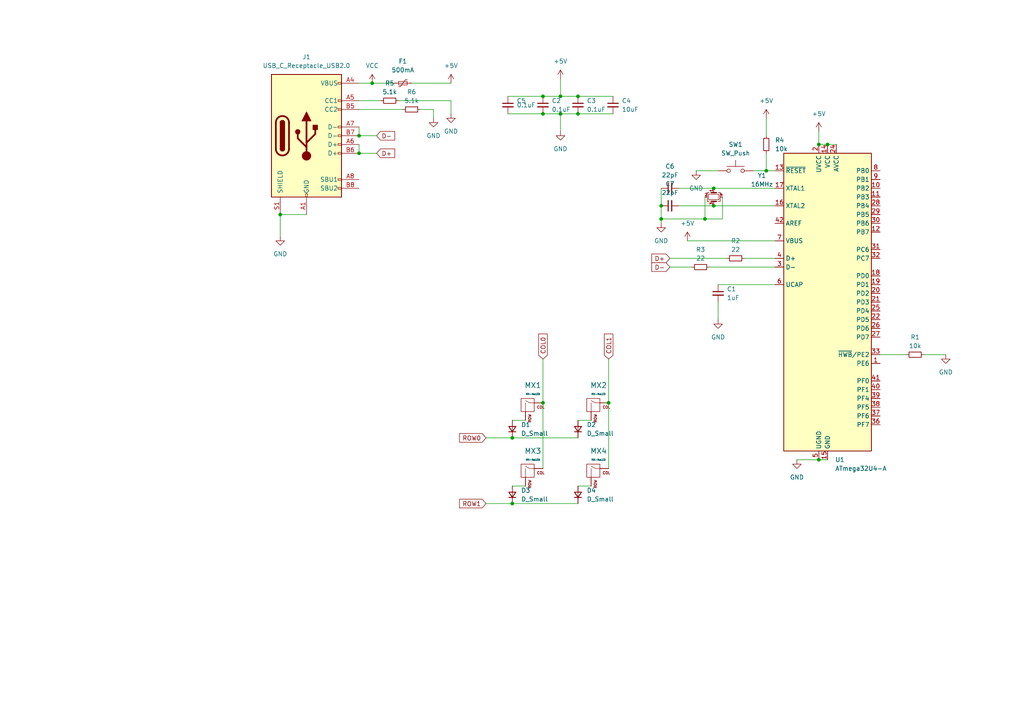
<source format=kicad_sch>
(kicad_sch (version 20230121) (generator eeschema)
  (paper "A4")
  (lib_symbols
    (symbol "Connector:USB_C_Receptacle_USB2.0" (pin_names (offset 1.016))
      (property "Reference" "J" (at -10.16 19.05 0))
      (property "Value" "USB_C_Receptacle_USB2.0" (at 19.05 19.05 0))
      (symbol "USB_C_Receptacle_USB2.0_0_0"
        (rectangle (start -0.254 -17.78) (end 0.254 -16.764))
        (rectangle (start 10.16 -14.986) (end 9.144 -15.494))
        (rectangle (start 10.16 -12.446) (end 9.144 -12.954))
        (rectangle (start 10.16 -4.826) (end 9.144 -5.334))
        (rectangle (start 10.16 -2.286) (end 9.144 -2.794))
        (rectangle (start 10.16 0.254) (end 9.144 -0.254))
        (rectangle (start 10.16 2.794) (end 9.144 2.286))
        (rectangle (start 10.16 7.874) (end 9.144 7.366))
        (rectangle (start 10.16 10.414) (end 9.144 9.906))
        (rectangle (start 10.16 15.494) (end 9.144 14.986))
      )
      (symbol "USB_C_Receptacle_USB2.0_0_1"
        (rectangle (start -10.16 17.78) (end 10.16 -17.78) (stroke (width 0.254)) (fill (type background)))
        (arc (start -8.89 -3.81) (mid -6.985 -5.7067) (end -5.08 -3.81) (stroke (width 0.508)))
        (arc (start -7.62 -3.81) (mid -6.985 -4.4423) (end -6.35 -3.81) (stroke (width 0.254)))
        (arc (start -7.62 -3.81) (mid -6.985 -4.4423) (end -6.35 -3.81) (stroke (width 0.254)) (fill (type outline)))
        (rectangle (start -7.62 -3.81) (end -6.35 3.81) (stroke (width 0.254)) (fill (type outline)))
        (arc (start -6.35 3.81) (mid -6.985 4.4423) (end -7.62 3.81) (stroke (width 0.254)))
        (arc (start -6.35 3.81) (mid -6.985 4.4423) (end -7.62 3.81) (stroke (width 0.254)) (fill (type outline)))
        (arc (start -5.08 3.81) (mid -6.985 5.7067) (end -8.89 3.81) (stroke (width 0.508)))
        (circle (center -2.54 1.143) (radius 0.635) (stroke (width 0.254)) (fill (type outline)))
        (circle (center 0 -5.842) (radius 1.27) (fill (type outline)))
        (polyline (pts (xy -8.89 -3.81) (xy -8.89 3.81)) (stroke (width 0.508)))
        (polyline (pts (xy -5.08 3.81) (xy -5.08 -3.81)) (stroke (width 0.508)))
        (polyline (pts (xy 0 -5.842) (xy 0 4.318)) (stroke (width 0.508)))
        (polyline (pts (xy 0 -3.302) (xy -2.54 -0.762) (xy -2.54 0.508)) (stroke (width 0.508)))
        (polyline (pts (xy 0 -2.032) (xy 2.54 0.508) (xy 2.54 1.778)) (stroke (width 0.508)))
        (polyline (pts (xy -1.27 4.318) (xy 0 6.858) (xy 1.27 4.318) (xy -1.27 4.318)) (stroke (width 0.254)) (fill (type outline)))
        (rectangle (start 1.905 1.778) (end 3.175 3.048) (stroke (width 0.254)) (fill (type outline)))
      )
      (symbol "USB_C_Receptacle_USB2.0_1_1"
        (pin passive line (at 0 -22.86 90) (length 5.08) (name "GND") (number "A1"))
        (pin passive line (at 0 -22.86 90) (length 5.08) hide (name "GND") (number "A12"))
        (pin passive line (at 15.24 15.24 180) (length 5.08) (name "VBUS") (number "A4"))
        (pin bidirectional line (at 15.24 10.16 180) (length 5.08) (name "CC1") (number "A5"))
        (pin bidirectional line (at 15.24 -2.54 180) (length 5.08) (name "D+") (number "A6"))
        (pin bidirectional line (at 15.24 2.54 180) (length 5.08) (name "D-") (number "A7"))
        (pin bidirectional line (at 15.24 -12.7 180) (length 5.08) (name "SBU1") (number "A8"))
        (pin passive line (at 15.24 15.24 180) (length 5.08) hide (name "VBUS") (number "A9"))
        (pin passive line (at 0 -22.86 90) (length 5.08) hide (name "GND") (number "B1"))
        (pin passive line (at 0 -22.86 90) (length 5.08) hide (name "GND") (number "B12"))
        (pin passive line (at 15.24 15.24 180) (length 5.08) hide (name "VBUS") (number "B4"))
        (pin bidirectional line (at 15.24 7.62 180) (length 5.08) (name "CC2") (number "B5"))
        (pin bidirectional line (at 15.24 -5.08 180) (length 5.08) (name "D+") (number "B6"))
        (pin bidirectional line (at 15.24 0 180) (length 5.08) (name "D-") (number "B7"))
        (pin bidirectional line (at 15.24 -15.24 180) (length 5.08) (name "SBU2") (number "B8"))
        (pin passive line (at 15.24 15.24 180) (length 5.08) hide (name "VBUS") (number "B9"))
        (pin passive line (at -7.62 -22.86 90) (length 5.08) (name "SHIELD") (number "S1"))
      )
    )
    (symbol "Device:C_Small" (pin_numbers hide) (pin_names (offset 0.254) hide)
      (property "Reference" "C" (at 0.254 1.778 0))
      (property "Value" "C_Small" (at 0.254 -2.032 0))
      (symbol "C_Small_0_1"
        (polyline (pts (xy -1.524 -0.508) (xy 1.524 -0.508)) (stroke (width 0.3302)))
        (polyline (pts (xy -1.524 0.508) (xy 1.524 0.508)) (stroke (width 0.3048)))
      )
      (symbol "C_Small_1_1"
        (pin passive line (at 0 2.54 270) (length 2.032) (name "~") (number "1"))
        (pin passive line (at 0 -2.54 90) (length 2.032) (name "~") (number "2"))
      )
    )
    (symbol "Device:Crystal_GND24_Small" (pin_names (offset 1.016) hide)
      (property "Reference" "Y" (at 1.27 4.445 0))
      (property "Value" "Crystal_GND24_Small" (at 1.27 2.54 0))
      (symbol "Crystal_GND24_Small_0_1"
        (rectangle (start -0.762 -1.524) (end 0.762 1.524))
        (polyline (pts (xy -1.27 -0.762) (xy -1.27 0.762)) (stroke (width 0.381)))
        (polyline (pts (xy 1.27 -0.762) (xy 1.27 0.762)) (stroke (width 0.381)))
        (polyline (pts (xy -1.27 -1.27) (xy -1.27 -1.905) (xy 1.27 -1.905) (xy 1.27 -1.27)))
        (polyline (pts (xy -1.27 1.27) (xy -1.27 1.905) (xy 1.27 1.905) (xy 1.27 1.27)))
      )
      (symbol "Crystal_GND24_Small_1_1"
        (pin passive line (at -2.54 0 0) (length 1.27) (name "1") (number "1"))
        (pin passive line (at 0 -2.54 90) (length 0.635) (name "2") (number "2"))
        (pin passive line (at 2.54 0 180) (length 1.27) (name "3") (number "3"))
        (pin passive line (at 0 2.54 270) (length 0.635) (name "4") (number "4"))
      )
    )
    (symbol "Device:D_Small" (pin_numbers hide) (pin_names (offset 0.254) hide)
      (property "Reference" "D" (at -1.27 2.032 0))
      (property "Value" "D_Small" (at -3.81 -2.032 0))
      (symbol "D_Small_0_1"
        (polyline (pts (xy -0.762 -1.016) (xy -0.762 1.016)) (stroke (width 0.254)))
        (polyline (pts (xy -0.762 0) (xy 0.762 0)))
        (polyline (pts (xy 0.762 -1.016) (xy -0.762 0) (xy 0.762 1.016) (xy 0.762 -1.016)) (stroke (width 0.254)))
      )
      (symbol "D_Small_1_1"
        (pin passive line (at -2.54 0 0) (length 1.778) (name "K") (number "1"))
        (pin passive line (at 2.54 0 180) (length 1.778) (name "A") (number "2"))
      )
    )
    (symbol "Device:Polyfuse_Small" (pin_numbers hide) (pin_names (offset 0))
      (property "Reference" "F" (at -1.905 0 90))
      (property "Value" "Polyfuse_Small" (at 1.905 0 90))
      (symbol "Polyfuse_Small_0_1"
        (rectangle (start -0.508 1.27) (end 0.508 -1.27))
        (polyline (pts (xy 0 2.54) (xy 0 -2.54)))
        (polyline (pts (xy -1.016 1.27) (xy -1.016 0.762) (xy 1.016 -0.762) (xy 1.016 -1.27)))
      )
      (symbol "Polyfuse_Small_1_1"
        (pin passive line (at 0 2.54 270) (length 0.635) (name "~") (number "1"))
        (pin passive line (at 0 -2.54 90) (length 0.635) (name "~") (number "2"))
      )
    )
    (symbol "Device:R_Small" (pin_numbers hide) (pin_names (offset 0.254) hide)
      (property "Reference" "R" (at 0.762 0.508 0))
      (property "Value" "R_Small" (at 0.762 -1.016 0))
      (symbol "R_Small_0_1"
        (rectangle (start -0.762 1.778) (end 0.762 -1.778) (stroke (width 0.2032)))
      )
      (symbol "R_Small_1_1"
        (pin passive line (at 0 2.54 270) (length 0.762) (name "~") (number "1"))
        (pin passive line (at 0 -2.54 90) (length 0.762) (name "~") (number "2"))
      )
    )
    (symbol "MCU_Microchip_ATmega:ATmega32U4-A"
      (property "Reference" "U" (at -12.7 44.45 0))
      (property "Value" "ATmega32U4-A" (at 2.54 -44.45 0))
      (symbol "ATmega32U4-A_0_1"
        (rectangle (start -12.7 -43.18) (end 12.7 43.18) (stroke (width 0.254)) (fill (type background)))
      )
      (symbol "ATmega32U4-A_1_1"
        (pin bidirectional line (at 15.24 -17.78 180) (length 2.54) (name "PE6") (number "1"))
        (pin bidirectional line (at 15.24 33.02 180) (length 2.54) (name "PB2") (number "10"))
        (pin bidirectional line (at 15.24 30.48 180) (length 2.54) (name "PB3") (number "11"))
        (pin bidirectional line (at 15.24 20.32 180) (length 2.54) (name "PB7") (number "12"))
        (pin input line (at -15.24 38.1 0) (length 2.54) (name "~{RESET}") (number "13"))
        (pin power_in line (at 0 45.72 270) (length 2.54) (name "VCC") (number "14"))
        (pin power_in line (at 0 -45.72 90) (length 2.54) (name "GND") (number "15"))
        (pin output line (at -15.24 27.94 0) (length 2.54) (name "XTAL2") (number "16"))
        (pin input line (at -15.24 33.02 0) (length 2.54) (name "XTAL1") (number "17"))
        (pin bidirectional line (at 15.24 7.62 180) (length 2.54) (name "PD0") (number "18"))
        (pin bidirectional line (at 15.24 5.08 180) (length 2.54) (name "PD1") (number "19"))
        (pin power_in line (at -2.54 45.72 270) (length 2.54) (name "UVCC") (number "2"))
        (pin bidirectional line (at 15.24 2.54 180) (length 2.54) (name "PD2") (number "20"))
        (pin bidirectional line (at 15.24 0 180) (length 2.54) (name "PD3") (number "21"))
        (pin bidirectional line (at 15.24 -5.08 180) (length 2.54) (name "PD5") (number "22"))
        (pin passive line (at 0 -45.72 90) (length 2.54) hide (name "GND") (number "23"))
        (pin power_in line (at 2.54 45.72 270) (length 2.54) (name "AVCC") (number "24"))
        (pin bidirectional line (at 15.24 -2.54 180) (length 2.54) (name "PD4") (number "25"))
        (pin bidirectional line (at 15.24 -7.62 180) (length 2.54) (name "PD6") (number "26"))
        (pin bidirectional line (at 15.24 -10.16 180) (length 2.54) (name "PD7") (number "27"))
        (pin bidirectional line (at 15.24 27.94 180) (length 2.54) (name "PB4") (number "28"))
        (pin bidirectional line (at 15.24 25.4 180) (length 2.54) (name "PB5") (number "29"))
        (pin bidirectional line (at -15.24 10.16 0) (length 2.54) (name "D-") (number "3"))
        (pin bidirectional line (at 15.24 22.86 180) (length 2.54) (name "PB6") (number "30"))
        (pin bidirectional line (at 15.24 15.24 180) (length 2.54) (name "PC6") (number "31"))
        (pin bidirectional line (at 15.24 12.7 180) (length 2.54) (name "PC7") (number "32"))
        (pin bidirectional line (at 15.24 -15.24 180) (length 2.54) (name "~{HWB}/PE2") (number "33"))
        (pin passive line (at 0 45.72 270) (length 2.54) hide (name "VCC") (number "34"))
        (pin passive line (at 0 -45.72 90) (length 2.54) hide (name "GND") (number "35"))
        (pin bidirectional line (at 15.24 -35.56 180) (length 2.54) (name "PF7") (number "36"))
        (pin bidirectional line (at 15.24 -33.02 180) (length 2.54) (name "PF6") (number "37"))
        (pin bidirectional line (at 15.24 -30.48 180) (length 2.54) (name "PF5") (number "38"))
        (pin bidirectional line (at 15.24 -27.94 180) (length 2.54) (name "PF4") (number "39"))
        (pin bidirectional line (at -15.24 12.7 0) (length 2.54) (name "D+") (number "4"))
        (pin bidirectional line (at 15.24 -25.4 180) (length 2.54) (name "PF1") (number "40"))
        (pin bidirectional line (at 15.24 -22.86 180) (length 2.54) (name "PF0") (number "41"))
        (pin passive line (at -15.24 22.86 0) (length 2.54) (name "AREF") (number "42"))
        (pin passive line (at 0 -45.72 90) (length 2.54) hide (name "GND") (number "43"))
        (pin passive line (at 2.54 45.72 270) (length 2.54) hide (name "AVCC") (number "44"))
        (pin passive line (at -2.54 -45.72 90) (length 2.54) (name "UGND") (number "5"))
        (pin passive line (at -15.24 5.08 0) (length 2.54) (name "UCAP") (number "6"))
        (pin input line (at -15.24 17.78 0) (length 2.54) (name "VBUS") (number "7"))
        (pin bidirectional line (at 15.24 38.1 180) (length 2.54) (name "PB0") (number "8"))
        (pin bidirectional line (at 15.24 35.56 180) (length 2.54) (name "PB1") (number "9"))
      )
    )
    (symbol "MX_Alps_Hybrid:MX-NoLED" (pin_names (offset 1.016))
      (property "Reference" "MX" (at -0.635 3.81 0))
      (property "Value" "MX-NoLED" (at -0.635 1.27 0))
      (symbol "MX-NoLED_0_0"
        (rectangle (start -2.54 2.54) (end 1.27 -1.27))
        (polyline (pts (xy -1.27 -1.27) (xy -1.27 1.27)) (stroke (width 0.127)))
        (polyline (pts (xy 1.27 1.27) (xy 0 1.27) (xy -1.27 1.905)) (stroke (width 0.127)))
        (text "COL" (at 3.175 0 0) (effects (font (size 0.762 0.762))))
        (text "ROW" (at 0 -1.905 900) (effects (font (size 0.762 0.762)) (justify right)))
      )
      (symbol "MX-NoLED_1_1"
        (pin passive line (at 3.81 1.27 180) (length 2.54) (name "COL") (number "1"))
        (pin passive line (at -1.27 -3.81 90) (length 2.54) (name "ROW") (number "2"))
      )
    )
    (symbol "Switch:SW_Push" (pin_numbers hide) (pin_names (offset 1.016) hide)
      (property "Reference" "SW" (at 1.27 2.54 0))
      (property "Value" "SW_Push" (at 0 -1.524 0))
      (symbol "SW_Push_0_1"
        (circle (center -2.032 0) (radius 0.508))
        (polyline (pts (xy 0 1.27) (xy 0 3.048)))
        (polyline (pts (xy 2.54 1.27) (xy -2.54 1.27)))
        (circle (center 2.032 0) (radius 0.508))
        (pin passive line (at -5.08 0 0) (length 2.54) (name "1") (number "1"))
        (pin passive line (at 5.08 0 180) (length 2.54) (name "2") (number "2"))
      )
    )
    (symbol "power:+5V" (power) (pin_names (offset 0))
      (property "Value" "+5V" (at 0 3.556 0))
      (symbol "+5V_0_1"
        (polyline (pts (xy -0.762 1.27) (xy 0 2.54)))
        (polyline (pts (xy 0 0) (xy 0 2.54)))
        (polyline (pts (xy 0 2.54) (xy 0.762 1.27)))
      )
      (symbol "+5V_1_1"
        (pin power_in line (at 0 0 90) (length 0) hide (name "+5V") (number "1"))
      )
    )
    (symbol "power:GND" (power) (pin_names (offset 0))
      (property "Value" "GND" (at 0 -3.81 0))
      (symbol "GND_0_1"
        (polyline (pts (xy 0 0) (xy 0 -1.27) (xy 1.27 -1.27) (xy 0 -2.54) (xy -1.27 -1.27) (xy 0 -1.27)))
      )
      (symbol "GND_1_1"
        (pin power_in line (at 0 0 270) (length 0) hide (name "GND") (number "1"))
      )
    )
    (symbol "power:VCC" (power) (pin_names (offset 0))
      (property "Value" "VCC" (at 0 3.81 0))
      (symbol "VCC_0_1"
        (polyline (pts (xy -0.762 1.27) (xy 0 2.54)))
        (polyline (pts (xy 0 0) (xy 0 2.54)))
        (polyline (pts (xy 0 2.54) (xy 0.762 1.27)))
      )
      (symbol "VCC_1_1"
        (pin power_in line (at 0 0 90) (length 0) hide (name "VCC") (number "1"))
      )
    )
  )
  (junction (at 104.14 44.45))
  (junction (at 167.64 27.94))
  (junction (at 237.49 133.35))
  (junction (at 237.49 41.91))
  (junction (at 148.59 146.05))
  (junction (at 162.56 27.94))
  (junction (at 148.59 127))
  (junction (at 191.77 63.5))
  (junction (at 207.01 54.61))
  (junction (at 107.95 24.13))
  (junction (at 162.56 33.02))
  (junction (at 176.53 116.84))
  (junction (at 157.48 27.94))
  (junction (at 157.48 116.84))
  (junction (at 104.14 39.37))
  (junction (at 204.47 63.5))
  (junction (at 191.77 59.69))
  (junction (at 81.28 62.23))
  (junction (at 207.01 59.69))
  (junction (at 240.03 41.91))
  (junction (at 222.25 49.53))
  (junction (at 167.64 33.02))
  (junction (at 157.48 33.02))
  (wire (pts (xy 196.85 54.61) (xy 207.01 54.61)))
  (wire (pts (xy 237.49 133.35) (xy 240.03 133.35)))
  (wire (pts (xy 167.64 121.92) (xy 171.45 121.92)))
  (wire (pts (xy 205.74 77.47) (xy 224.79 77.47)))
  (wire (pts (xy 207.01 54.61) (xy 224.79 54.61)))
  (wire (pts (xy 162.56 33.02) (xy 167.64 33.02)))
  (wire (pts (xy 201.93 49.53) (xy 208.28 49.53)))
  (wire (pts (xy 196.85 59.69) (xy 207.01 59.69)))
  (wire (pts (xy 209.55 57.15) (xy 209.55 63.5)))
  (wire (pts (xy 240.03 41.91) (xy 242.57 41.91)))
  (wire (pts (xy 176.53 116.84) (xy 176.53 135.89)))
  (wire (pts (xy 191.77 59.69) (xy 191.77 63.5)))
  (wire (pts (xy 208.28 87.63) (xy 208.28 92.71)))
  (wire (pts (xy 222.25 49.53) (xy 224.79 49.53)))
  (wire (pts (xy 81.28 62.23) (xy 81.28 68.58)))
  (wire (pts (xy 199.39 69.85) (xy 224.79 69.85)))
  (wire (pts (xy 157.48 104.14) (xy 157.48 116.84)))
  (wire (pts (xy 255.27 102.87) (xy 262.89 102.87)))
  (wire (pts (xy 167.64 33.02) (xy 177.8 33.02)))
  (wire (pts (xy 231.14 133.35) (xy 237.49 133.35)))
  (wire (pts (xy 130.81 29.21) (xy 130.81 33.02)))
  (wire (pts (xy 222.25 34.29) (xy 222.25 39.37)))
  (wire (pts (xy 104.14 29.21) (xy 110.49 29.21)))
  (wire (pts (xy 104.14 36.83) (xy 104.14 39.37)))
  (wire (pts (xy 115.57 29.21) (xy 130.81 29.21)))
  (wire (pts (xy 104.14 39.37) (xy 109.22 39.37)))
  (wire (pts (xy 207.01 59.69) (xy 224.79 59.69)))
  (wire (pts (xy 162.56 33.02) (xy 162.56 38.1)))
  (wire (pts (xy 191.77 63.5) (xy 191.77 64.77)))
  (wire (pts (xy 140.97 127) (xy 148.59 127)))
  (wire (pts (xy 167.64 27.94) (xy 177.8 27.94)))
  (wire (pts (xy 237.49 41.91) (xy 240.03 41.91)))
  (wire (pts (xy 224.79 82.55) (xy 208.28 82.55)))
  (wire (pts (xy 140.97 146.05) (xy 148.59 146.05)))
  (wire (pts (xy 167.64 140.97) (xy 171.45 140.97)))
  (wire (pts (xy 157.48 33.02) (xy 162.56 33.02)))
  (wire (pts (xy 104.14 24.13) (xy 107.95 24.13)))
  (wire (pts (xy 81.28 62.23) (xy 88.9 62.23)))
  (wire (pts (xy 191.77 54.61) (xy 191.77 59.69)))
  (wire (pts (xy 162.56 27.94) (xy 167.64 27.94)))
  (wire (pts (xy 222.25 44.45) (xy 222.25 49.53)))
  (wire (pts (xy 209.55 63.5) (xy 204.47 63.5)))
  (wire (pts (xy 107.95 24.13) (xy 114.3 24.13)))
  (wire (pts (xy 194.31 77.47) (xy 200.66 77.47)))
  (wire (pts (xy 176.53 104.14) (xy 176.53 116.84)))
  (wire (pts (xy 148.59 146.05) (xy 167.64 146.05)))
  (wire (pts (xy 147.32 27.94) (xy 157.48 27.94)))
  (wire (pts (xy 119.38 24.13) (xy 130.81 24.13)))
  (wire (pts (xy 104.14 44.45) (xy 109.22 44.45)))
  (wire (pts (xy 148.59 127) (xy 167.64 127)))
  (wire (pts (xy 204.47 57.15) (xy 204.47 63.5)))
  (wire (pts (xy 237.49 38.1) (xy 237.49 41.91)))
  (wire (pts (xy 148.59 140.97) (xy 152.4 140.97)))
  (wire (pts (xy 267.97 102.87) (xy 274.32 102.87)))
  (wire (pts (xy 194.31 74.93) (xy 210.82 74.93)))
  (wire (pts (xy 204.47 63.5) (xy 191.77 63.5)))
  (wire (pts (xy 215.9 74.93) (xy 224.79 74.93)))
  (wire (pts (xy 157.48 116.84) (xy 157.48 135.89)))
  (wire (pts (xy 157.48 27.94) (xy 162.56 27.94)))
  (wire (pts (xy 218.44 49.53) (xy 222.25 49.53)))
  (wire (pts (xy 125.73 31.75) (xy 125.73 34.29)))
  (wire (pts (xy 104.14 41.91) (xy 104.14 44.45)))
  (wire (pts (xy 148.59 121.92) (xy 152.4 121.92)))
  (wire (pts (xy 147.32 33.02) (xy 157.48 33.02)))
  (wire (pts (xy 104.14 31.75) (xy 116.84 31.75)))
  (wire (pts (xy 121.92 31.75) (xy 125.73 31.75)))
  (wire (pts (xy 162.56 22.86) (xy 162.56 27.94)))
  (global_label "D+" (shape input) (at 194.31 74.93 180) (property "Intersheetrefs" "${INTERSHEET_REFS}" (effects hide)))
  (global_label "ROW0" (shape input) (at 140.97 127 180) (property "Intersheetrefs" "${INTERSHEET_REFS}" (effects hide)))
  (global_label "COL1" (shape input) (at 176.53 104.14 90) (property "Intersheetrefs" "${INTERSHEET_REFS}" (effects hide)))
  (global_label "D-" (shape input) (at 109.22 39.37 0) (property "Intersheetrefs" "${INTERSHEET_REFS}" (effects hide)))
  (global_label "COL0" (shape input) (at 157.48 104.14 90) (property "Intersheetrefs" "${INTERSHEET_REFS}" (effects hide)))
  (global_label "D-" (shape input) (at 194.31 77.47 180) (property "Intersheetrefs" "${INTERSHEET_REFS}" (effects hide)))
  (global_label "ROW1" (shape input) (at 140.97 146.05 180) (property "Intersheetrefs" "${INTERSHEET_REFS}" (effects hide)))
  (global_label "D+" (shape input) (at 109.22 44.45 0) (property "Intersheetrefs" "${INTERSHEET_REFS}" (effects hide)))
  (symbol (lib_id "Connector:USB_C_Receptacle_USB2.0") (at 88.9 39.37 0) (unit 1)
    (property "Reference" "J1" (at 88.9 16.51 0))
    (property "Value" "USB_C_Receptacle_USB2.0" (at 88.9 19.05 0))
    (property "Footprint" "Connector_USB:USB_C_Receptacle_HCTL_HC-TYPE-C-16P-01A" (effects hide))
    (property "Datasheet" "https://www.usb.org/sites/default/files/documents/usb_type-c.zip" (effects hide))
  )
  (symbol (lib_id "Device:D_Small") (at 167.64 143.51 90) (unit 1)
    (property "Reference" "D4" (at 170.18 142.24 90) (effects (justify right)))
    (property "Value" "D_Small" (at 170.18 144.78 90) (effects (justify right)))
    (property "Footprint" "Diode_SMD:D_SOD-123" (effects hide))
    (property "Sim.Device" "D" (effects hide))
    (property "Sim.Pins" "1=K 2=A" (effects hide))
  )
  (symbol (lib_id "Device:C_Small") (at 147.32 30.48 0) (unit 1)
    (property "Reference" "C5" (at 149.86 29.2163 0) (effects (justify left)))
    (property "Value" "0.1uF" (at 149.86 30.4863 0) (effects (justify left)))
    (property "Footprint" "Capacitor_SMD:C_0805_2012Metric" (effects hide))
  )
  (symbol (lib_id "Device:D_Small") (at 148.59 124.46 90) (unit 1)
    (property "Reference" "D1" (at 151.13 123.19 90) (effects (justify right)))
    (property "Value" "D_Small" (at 151.13 125.73 90) (effects (justify right)))
    (property "Footprint" "Diode_SMD:D_SOD-123" (effects hide))
    (property "Sim.Device" "D" (effects hide))
    (property "Sim.Pins" "1=K 2=A" (effects hide))
  )
  (symbol (lib_id "power:GND") (at 81.28 68.58 0) (unit 1)
    (property "Reference" "#PWR013" (effects hide))
    (property "Value" "GND" (at 81.28 73.66 0))
  )
  (symbol (lib_id "Device:C_Small") (at 194.31 54.61 90) (unit 1)
    (property "Reference" "C6" (at 194.3163 48.26 90))
    (property "Value" "22pF" (at 194.3163 50.8 90))
    (property "Footprint" "Capacitor_SMD:C_0805_2012Metric" (effects hide))
  )
  (symbol (lib_id "power:+5V") (at 237.49 38.1 0) (unit 1)
    (property "Reference" "#PWR01" (effects hide))
    (property "Value" "+5V" (at 237.49 33.02 0))
  )
  (symbol (lib_id "Device:Crystal_GND24_Small") (at 207.01 57.15 270) (unit 1)
    (property "Reference" "Y1" (at 220.98 50.9203 90))
    (property "Value" "16MHz" (at 220.98 53.4603 90))
    (property "Footprint" "Crystal:Crystal_SMD_3225-4Pin_3.2x2.5mm" (effects hide))
  )
  (symbol (lib_id "Device:C_Small") (at 167.64 30.48 0) (unit 1)
    (property "Reference" "C3" (at 170.18 29.2163 0) (effects (justify left)))
    (property "Value" "0.1uF" (at 170.18 31.7563 0) (effects (justify left)))
    (property "Footprint" "Capacitor_SMD:C_0805_2012Metric" (effects hide))
  )
  (symbol (lib_id "Device:R_Small") (at 265.43 102.87 90) (unit 1)
    (property "Reference" "R1" (at 265.43 97.79 90))
    (property "Value" "10k" (at 265.43 100.33 90))
    (property "Footprint" "Resistor_SMD:R_0805_2012Metric" (effects hide))
  )
  (symbol (lib_id "power:GND") (at 274.32 102.87 0) (unit 1)
    (property "Reference" "#PWR03" (effects hide))
    (property "Value" "GND" (at 274.32 107.95 0))
  )
  (symbol (lib_id "Device:R_Small") (at 113.03 29.21 90) (unit 1)
    (property "Reference" "R5" (at 113.03 24.13 90))
    (property "Value" "5.1k" (at 113.03 26.67 90))
    (property "Footprint" "Resistor_SMD:R_0805_2012Metric" (effects hide))
  )
  (symbol (lib_id "power:+5V") (at 222.25 34.29 0) (unit 1)
    (property "Reference" "#PWR010" (effects hide))
    (property "Value" "+5V" (at 222.25 29.21 0))
  )
  (symbol (lib_id "Device:R_Small") (at 203.2 77.47 90) (unit 1)
    (property "Reference" "R3" (at 203.2 72.39 90))
    (property "Value" "22" (at 203.2 74.93 90))
    (property "Footprint" "Resistor_SMD:R_0805_2012Metric" (effects hide))
  )
  (symbol (lib_id "power:GND") (at 231.14 133.35 0) (unit 1)
    (property "Reference" "#PWR02" (effects hide))
    (property "Value" "GND" (at 231.14 138.43 0))
  )
  (symbol (lib_id "power:VCC") (at 107.95 24.13 0) (unit 1)
    (property "Reference" "#PWR012" (effects hide))
    (property "Value" "VCC" (at 107.95 19.05 0))
  )
  (symbol (lib_id "power:GND") (at 191.77 64.77 0) (unit 1)
    (property "Reference" "#PWR08" (effects hide))
    (property "Value" "GND" (at 191.77 69.85 0))
  )
  (symbol (lib_id "Device:R_Small") (at 119.38 31.75 90) (unit 1)
    (property "Reference" "R6" (at 119.38 26.67 90))
    (property "Value" "5.1k" (at 119.38 29.21 90))
    (property "Footprint" "Resistor_SMD:R_0805_2012Metric" (effects hide))
  )
  (symbol (lib_id "power:+5V") (at 130.81 24.13 0) (unit 1)
    (property "Reference" "#PWR011" (effects hide))
    (property "Value" "+5V" (at 130.81 19.05 0))
  )
  (symbol (lib_id "MCU_Microchip_ATmega:ATmega32U4-A") (at 240.03 87.63 0) (unit 1)
    (property "Reference" "U1" (at 242.2241 133.35 0) (effects (justify left)))
    (property "Value" "ATmega32U4-A" (at 242.2241 135.89 0) (effects (justify left)))
    (property "Footprint" "Package_QFP:TQFP-44_10x10mm_P0.8mm" (effects hide))
    (property "Datasheet" "http://ww1.microchip.com/downloads/en/DeviceDoc/Atmel-7766-8-bit-AVR-ATmega16U4-32U4_Datasheet.pdf" (effects hide))
  )
  (symbol (lib_id "power:GND") (at 130.81 33.02 0) (unit 1)
    (property "Reference" "#PWR015" (effects hide))
    (property "Value" "GND" (at 130.81 38.1 0))
  )
  (symbol (lib_id "Device:C_Small") (at 157.48 30.48 0) (unit 1)
    (property "Reference" "C2" (at 160.02 29.2163 0) (effects (justify left)))
    (property "Value" "0.1uF" (at 160.02 31.7563 0) (effects (justify left)))
    (property "Footprint" "Capacitor_SMD:C_0805_2012Metric" (effects hide))
  )
  (symbol (lib_id "Device:C_Small") (at 208.28 85.09 0) (unit 1)
    (property "Reference" "C1" (at 210.82 83.8263 0) (effects (justify left)))
    (property "Value" "1uF" (at 210.82 86.3663 0) (effects (justify left)))
    (property "Footprint" "Capacitor_SMD:C_0805_2012Metric" (effects hide))
  )
  (symbol (lib_id "Device:Polyfuse_Small") (at 116.84 24.13 90) (unit 1)
    (property "Reference" "F1" (at 116.84 17.78 90))
    (property "Value" "500mA" (at 116.84 20.32 90))
    (property "Footprint" "Fuse:Fuse_1206_3216Metric" (effects hide))
  )
  (symbol (lib_id "power:GND") (at 201.93 49.53 0) (unit 1)
    (property "Reference" "#PWR09" (effects hide))
    (property "Value" "GND" (at 201.93 54.61 0))
  )
  (symbol (lib_id "Device:R_Small") (at 222.25 41.91 0) (unit 1)
    (property "Reference" "R4" (at 224.79 40.64 0) (effects (justify left)))
    (property "Value" "10k" (at 224.79 43.18 0) (effects (justify left)))
    (property "Footprint" "Resistor_SMD:R_0805_2012Metric" (effects hide))
  )
  (symbol (lib_id "power:+5V") (at 162.56 22.86 0) (unit 1)
    (property "Reference" "#PWR06" (effects hide))
    (property "Value" "+5V" (at 162.56 17.78 0))
  )
  (symbol (lib_id "Device:D_Small") (at 148.59 143.51 90) (unit 1)
    (property "Reference" "D3" (at 151.13 142.24 90) (effects (justify right)))
    (property "Value" "D_Small" (at 151.13 144.78 90) (effects (justify right)))
    (property "Footprint" "Diode_SMD:D_SOD-123" (effects hide))
    (property "Sim.Device" "D" (effects hide))
    (property "Sim.Pins" "1=K 2=A" (effects hide))
  )
  (symbol (lib_id "Device:R_Small") (at 213.36 74.93 90) (unit 1)
    (property "Reference" "R2" (at 213.36 69.85 90))
    (property "Value" "22" (at 213.36 72.39 90))
    (property "Footprint" "Resistor_SMD:R_0805_2012Metric" (effects hide))
  )
  (symbol (lib_id "Device:C_Small") (at 194.31 59.69 90) (unit 1)
    (property "Reference" "C7" (at 194.3163 53.34 90))
    (property "Value" "22pF" (at 194.3163 55.88 90))
    (property "Footprint" "Capacitor_SMD:C_0805_2012Metric" (effects hide))
  )
  (symbol (lib_id "Switch:SW_Push") (at 213.36 49.53 0) (unit 1)
    (property "Reference" "SW1" (at 213.36 41.91 0))
    (property "Value" "SW_Push" (at 213.36 44.45 0))
    (property "Footprint" "random-keyboard-parts:SKQG-1155865" (effects hide))
  )
  (symbol (lib_id "power:GND") (at 125.73 34.29 0) (unit 1)
    (property "Reference" "#PWR014" (effects hide))
    (property "Value" "GND" (at 125.73 39.37 0))
  )
  (symbol (lib_id "power:GND") (at 162.56 38.1 0) (unit 1)
    (property "Reference" "#PWR05" (effects hide))
    (property "Value" "GND" (at 162.56 43.18 0))
  )
  (symbol (lib_id "MX_Alps_Hybrid:MX-NoLED") (at 172.72 118.11 0) (unit 1)
    (property "Reference" "MX2" (at 173.6152 111.76 0) (effects (font (size 1.524 1.524))))
    (property "Value" "MX-NoLED" (at 173.6152 114.3 0) (effects (font (size 0.508 0.508))))
    (property "Footprint" "MX_Alps_Hybrid:MX-1U-NoLED" (effects hide))
  )
  (symbol (lib_id "MX_Alps_Hybrid:MX-NoLED") (at 172.72 137.16 0) (unit 1)
    (property "Reference" "MX4" (at 173.6152 130.81 0) (effects (font (size 1.524 1.524))))
    (property "Value" "MX-NoLED" (at 173.6152 133.35 0) (effects (font (size 0.508 0.508))))
    (property "Footprint" "MX_Alps_Hybrid:MX-1U-NoLED" (effects hide))
  )
  (symbol (lib_id "MX_Alps_Hybrid:MX-NoLED") (at 153.67 118.11 0) (unit 1)
    (property "Reference" "MX1" (at 154.5652 111.76 0) (effects (font (size 1.524 1.524))))
    (property "Value" "MX-NoLED" (at 154.5652 114.3 0) (effects (font (size 0.508 0.508))))
    (property "Footprint" "MX_Alps_Hybrid:MX-1U-NoLED" (effects hide))
  )
  (symbol (lib_id "Device:C_Small") (at 177.8 30.48 0) (unit 1)
    (property "Reference" "C4" (at 180.34 29.2163 0) (effects (justify left)))
    (property "Value" "10uF" (at 180.34 31.7563 0) (effects (justify left)))
    (property "Footprint" "Capacitor_SMD:C_0805_2012Metric" (effects hide))
  )
  (symbol (lib_id "MX_Alps_Hybrid:MX-NoLED") (at 153.67 137.16 0) (unit 1)
    (property "Reference" "MX3" (at 154.5652 130.81 0) (effects (font (size 1.524 1.524))))
    (property "Value" "MX-NoLED" (at 154.5652 133.35 0) (effects (font (size 0.508 0.508))))
    (property "Footprint" "MX_Alps_Hybrid:MX-1U-NoLED" (effects hide))
  )
  (symbol (lib_id "power:GND") (at 208.28 92.71 0) (unit 1)
    (property "Reference" "#PWR04" (effects hide))
    (property "Value" "GND" (at 208.28 97.79 0))
  )
  (symbol (lib_id "Device:D_Small") (at 167.64 124.46 90) (unit 1)
    (property "Reference" "D2" (at 170.18 123.19 90) (effects (justify right)))
    (property "Value" "D_Small" (at 170.18 125.73 90) (effects (justify right)))
    (property "Footprint" "Diode_SMD:D_SOD-123" (effects hide))
    (property "Sim.Device" "D" (effects hide))
    (property "Sim.Pins" "1=K 2=A" (effects hide))
  )
  (symbol (lib_id "power:+5V") (at 199.39 69.85 0) (unit 1)
    (property "Reference" "#PWR07" (effects hide))
    (property "Value" "+5V" (at 199.39 64.77 0))
  )
)
</source>
